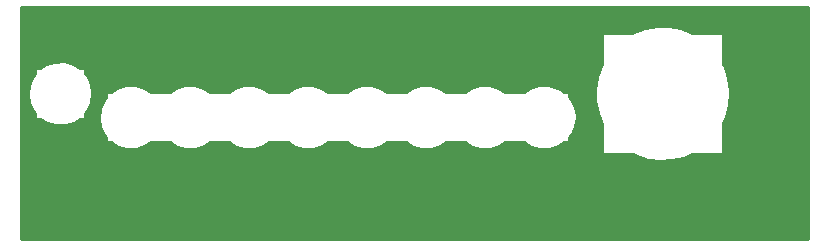
<source format=gbl>
G04 #@! TF.GenerationSoftware,KiCad,Pcbnew,5.0.0-rc2*
G04 #@! TF.CreationDate,2019-06-05T02:52:42-04:00*
G04 #@! TF.ProjectId,panelfront,70616E656C66726F6E742E6B69636164,rev?*
G04 #@! TF.SameCoordinates,Original*
G04 #@! TF.FileFunction,Copper,L2,Bot,Signal*
G04 #@! TF.FilePolarity,Positive*
%FSLAX46Y46*%
G04 Gerber Fmt 4.6, Leading zero omitted, Abs format (unit mm)*
G04 Created by KiCad (PCBNEW 5.0.0-rc2) date Wed Jun  5 02:52:42 2019*
%MOMM*%
%LPD*%
G01*
G04 APERTURE LIST*
G04 #@! TA.AperFunction,NonConductor*
%ADD10C,0.254000*%
G04 #@! TD*
G04 APERTURE END LIST*
D10*
G36*
X127288801Y-99288800D02*
X60711199Y-99288800D01*
X60711199Y-87033367D01*
X61269004Y-87033367D01*
X61388140Y-87798526D01*
X61717243Y-88499491D01*
X61873000Y-88675852D01*
X61873000Y-89000000D01*
X61882667Y-89048601D01*
X61910197Y-89089803D01*
X61951399Y-89117333D01*
X62000000Y-89127000D01*
X62304483Y-89127000D01*
X62884768Y-89493133D01*
X63629334Y-89705931D01*
X64403697Y-89701200D01*
X65145608Y-89479322D01*
X65689173Y-89127000D01*
X66000000Y-89127000D01*
X66048601Y-89117333D01*
X66089803Y-89089803D01*
X66117333Y-89048601D01*
X66120363Y-89033367D01*
X67269004Y-89033367D01*
X67388140Y-89798526D01*
X67717243Y-90499491D01*
X67873000Y-90675852D01*
X67873000Y-91000000D01*
X67882667Y-91048601D01*
X67910197Y-91089803D01*
X67951399Y-91117333D01*
X68000000Y-91127000D01*
X68304483Y-91127000D01*
X68884768Y-91493133D01*
X69629334Y-91705931D01*
X70403697Y-91701200D01*
X71145608Y-91479322D01*
X71689173Y-91127000D01*
X73304483Y-91127000D01*
X73884768Y-91493133D01*
X74629334Y-91705931D01*
X75403697Y-91701200D01*
X76145608Y-91479322D01*
X76689173Y-91127000D01*
X78304483Y-91127000D01*
X78884768Y-91493133D01*
X79629334Y-91705931D01*
X80403697Y-91701200D01*
X81145608Y-91479322D01*
X81689173Y-91127000D01*
X83304483Y-91127000D01*
X83884768Y-91493133D01*
X84629334Y-91705931D01*
X85403697Y-91701200D01*
X86145608Y-91479322D01*
X86689173Y-91127000D01*
X88304483Y-91127000D01*
X88884768Y-91493133D01*
X89629334Y-91705931D01*
X90403697Y-91701200D01*
X91145608Y-91479322D01*
X91689173Y-91127000D01*
X93304483Y-91127000D01*
X93884768Y-91493133D01*
X94629334Y-91705931D01*
X95403697Y-91701200D01*
X96145608Y-91479322D01*
X96689173Y-91127000D01*
X98304483Y-91127000D01*
X98884768Y-91493133D01*
X99629334Y-91705931D01*
X100403697Y-91701200D01*
X101145608Y-91479322D01*
X101689173Y-91127000D01*
X103304483Y-91127000D01*
X103884768Y-91493133D01*
X104629334Y-91705931D01*
X105403697Y-91701200D01*
X106145608Y-91479322D01*
X106689173Y-91127000D01*
X107000000Y-91127000D01*
X107048601Y-91117333D01*
X107089803Y-91089803D01*
X107117333Y-91048601D01*
X107127000Y-91000000D01*
X107127000Y-90673319D01*
X107300906Y-90471491D01*
X107621420Y-89766557D01*
X107731200Y-89000000D01*
X107730385Y-88933271D01*
X107601909Y-88169625D01*
X107264267Y-87472732D01*
X107127000Y-87321082D01*
X107127000Y-87000000D01*
X107117333Y-86951399D01*
X107089803Y-86910197D01*
X107048601Y-86882667D01*
X107000000Y-86873000D01*
X106702883Y-86873000D01*
X106323625Y-86640135D01*
X109280109Y-86640135D01*
X109306782Y-87658728D01*
X109513410Y-88656499D01*
X109873000Y-89551007D01*
X109873000Y-92000000D01*
X109882667Y-92048601D01*
X109910197Y-92089803D01*
X109951399Y-92117333D01*
X110000000Y-92127000D01*
X112487036Y-92127000D01*
X112834519Y-92306349D01*
X113808417Y-92605960D01*
X114819979Y-92728372D01*
X115837231Y-92669718D01*
X116828020Y-92431850D01*
X117522488Y-92127000D01*
X120000000Y-92127000D01*
X120048601Y-92117333D01*
X120089803Y-92089803D01*
X120117333Y-92048601D01*
X120127000Y-92000000D01*
X120127000Y-89510867D01*
X120371751Y-88997736D01*
X120640622Y-88014908D01*
X120731200Y-87000000D01*
X120723346Y-86700052D01*
X120579775Y-85691275D01*
X120259835Y-84723866D01*
X120127000Y-84479214D01*
X120127000Y-82000000D01*
X120117333Y-81951399D01*
X120089803Y-81910197D01*
X120048601Y-81882667D01*
X120000000Y-81873000D01*
X117549380Y-81873000D01*
X117494396Y-81840093D01*
X116541233Y-81479923D01*
X115539354Y-81294235D01*
X114520426Y-81288900D01*
X113516656Y-81464086D01*
X112559774Y-81814255D01*
X112459244Y-81873000D01*
X110000000Y-81873000D01*
X109951399Y-81882667D01*
X109910197Y-81910197D01*
X109882667Y-81951399D01*
X109873000Y-82000000D01*
X109873000Y-84473594D01*
X109764288Y-84668911D01*
X109434235Y-85632917D01*
X109280109Y-86640135D01*
X106323625Y-86640135D01*
X106084690Y-86493429D01*
X105337580Y-86289743D01*
X104563333Y-86303933D01*
X103824188Y-86534859D01*
X103316208Y-86873000D01*
X101702883Y-86873000D01*
X101084690Y-86493429D01*
X100337580Y-86289743D01*
X99563333Y-86303933D01*
X98824188Y-86534859D01*
X98316208Y-86873000D01*
X96702883Y-86873000D01*
X96084690Y-86493429D01*
X95337580Y-86289743D01*
X94563333Y-86303933D01*
X93824188Y-86534859D01*
X93316208Y-86873000D01*
X91702883Y-86873000D01*
X91084690Y-86493429D01*
X90337580Y-86289743D01*
X89563333Y-86303933D01*
X88824188Y-86534859D01*
X88316208Y-86873000D01*
X86702883Y-86873000D01*
X86084690Y-86493429D01*
X85337580Y-86289743D01*
X84563333Y-86303933D01*
X83824188Y-86534859D01*
X83316208Y-86873000D01*
X81702883Y-86873000D01*
X81084690Y-86493429D01*
X80337580Y-86289743D01*
X79563333Y-86303933D01*
X78824188Y-86534859D01*
X78316208Y-86873000D01*
X76702883Y-86873000D01*
X76084690Y-86493429D01*
X75337580Y-86289743D01*
X74563333Y-86303933D01*
X73824188Y-86534859D01*
X73316208Y-86873000D01*
X71702883Y-86873000D01*
X71084690Y-86493429D01*
X70337580Y-86289743D01*
X69563333Y-86303933D01*
X68824188Y-86534859D01*
X68316208Y-86873000D01*
X68000000Y-86873000D01*
X67951399Y-86882667D01*
X67910197Y-86910197D01*
X67882667Y-86951399D01*
X67873000Y-87000000D01*
X67873000Y-87328661D01*
X67681289Y-87556729D01*
X67369410Y-88265526D01*
X67269004Y-89033367D01*
X66120363Y-89033367D01*
X66127000Y-89000000D01*
X66127000Y-88673319D01*
X66300906Y-88471491D01*
X66621420Y-87766557D01*
X66731200Y-87000000D01*
X66730385Y-86933271D01*
X66601909Y-86169625D01*
X66264267Y-85472732D01*
X66127000Y-85321082D01*
X66127000Y-85000000D01*
X66117333Y-84951399D01*
X66089803Y-84910197D01*
X66048601Y-84882667D01*
X66000000Y-84873000D01*
X65702883Y-84873000D01*
X65084690Y-84493429D01*
X64337580Y-84289743D01*
X63563333Y-84303933D01*
X62824188Y-84534859D01*
X62316208Y-84873000D01*
X62000000Y-84873000D01*
X61951399Y-84882667D01*
X61910197Y-84910197D01*
X61882667Y-84951399D01*
X61873000Y-85000000D01*
X61873000Y-85328661D01*
X61681289Y-85556729D01*
X61369410Y-86265526D01*
X61269004Y-87033367D01*
X60711199Y-87033367D01*
X60711200Y-79711200D01*
X127288800Y-79711200D01*
X127288801Y-99288800D01*
X127288801Y-99288800D01*
G37*
X127288801Y-99288800D02*
X60711199Y-99288800D01*
X60711199Y-87033367D01*
X61269004Y-87033367D01*
X61388140Y-87798526D01*
X61717243Y-88499491D01*
X61873000Y-88675852D01*
X61873000Y-89000000D01*
X61882667Y-89048601D01*
X61910197Y-89089803D01*
X61951399Y-89117333D01*
X62000000Y-89127000D01*
X62304483Y-89127000D01*
X62884768Y-89493133D01*
X63629334Y-89705931D01*
X64403697Y-89701200D01*
X65145608Y-89479322D01*
X65689173Y-89127000D01*
X66000000Y-89127000D01*
X66048601Y-89117333D01*
X66089803Y-89089803D01*
X66117333Y-89048601D01*
X66120363Y-89033367D01*
X67269004Y-89033367D01*
X67388140Y-89798526D01*
X67717243Y-90499491D01*
X67873000Y-90675852D01*
X67873000Y-91000000D01*
X67882667Y-91048601D01*
X67910197Y-91089803D01*
X67951399Y-91117333D01*
X68000000Y-91127000D01*
X68304483Y-91127000D01*
X68884768Y-91493133D01*
X69629334Y-91705931D01*
X70403697Y-91701200D01*
X71145608Y-91479322D01*
X71689173Y-91127000D01*
X73304483Y-91127000D01*
X73884768Y-91493133D01*
X74629334Y-91705931D01*
X75403697Y-91701200D01*
X76145608Y-91479322D01*
X76689173Y-91127000D01*
X78304483Y-91127000D01*
X78884768Y-91493133D01*
X79629334Y-91705931D01*
X80403697Y-91701200D01*
X81145608Y-91479322D01*
X81689173Y-91127000D01*
X83304483Y-91127000D01*
X83884768Y-91493133D01*
X84629334Y-91705931D01*
X85403697Y-91701200D01*
X86145608Y-91479322D01*
X86689173Y-91127000D01*
X88304483Y-91127000D01*
X88884768Y-91493133D01*
X89629334Y-91705931D01*
X90403697Y-91701200D01*
X91145608Y-91479322D01*
X91689173Y-91127000D01*
X93304483Y-91127000D01*
X93884768Y-91493133D01*
X94629334Y-91705931D01*
X95403697Y-91701200D01*
X96145608Y-91479322D01*
X96689173Y-91127000D01*
X98304483Y-91127000D01*
X98884768Y-91493133D01*
X99629334Y-91705931D01*
X100403697Y-91701200D01*
X101145608Y-91479322D01*
X101689173Y-91127000D01*
X103304483Y-91127000D01*
X103884768Y-91493133D01*
X104629334Y-91705931D01*
X105403697Y-91701200D01*
X106145608Y-91479322D01*
X106689173Y-91127000D01*
X107000000Y-91127000D01*
X107048601Y-91117333D01*
X107089803Y-91089803D01*
X107117333Y-91048601D01*
X107127000Y-91000000D01*
X107127000Y-90673319D01*
X107300906Y-90471491D01*
X107621420Y-89766557D01*
X107731200Y-89000000D01*
X107730385Y-88933271D01*
X107601909Y-88169625D01*
X107264267Y-87472732D01*
X107127000Y-87321082D01*
X107127000Y-87000000D01*
X107117333Y-86951399D01*
X107089803Y-86910197D01*
X107048601Y-86882667D01*
X107000000Y-86873000D01*
X106702883Y-86873000D01*
X106323625Y-86640135D01*
X109280109Y-86640135D01*
X109306782Y-87658728D01*
X109513410Y-88656499D01*
X109873000Y-89551007D01*
X109873000Y-92000000D01*
X109882667Y-92048601D01*
X109910197Y-92089803D01*
X109951399Y-92117333D01*
X110000000Y-92127000D01*
X112487036Y-92127000D01*
X112834519Y-92306349D01*
X113808417Y-92605960D01*
X114819979Y-92728372D01*
X115837231Y-92669718D01*
X116828020Y-92431850D01*
X117522488Y-92127000D01*
X120000000Y-92127000D01*
X120048601Y-92117333D01*
X120089803Y-92089803D01*
X120117333Y-92048601D01*
X120127000Y-92000000D01*
X120127000Y-89510867D01*
X120371751Y-88997736D01*
X120640622Y-88014908D01*
X120731200Y-87000000D01*
X120723346Y-86700052D01*
X120579775Y-85691275D01*
X120259835Y-84723866D01*
X120127000Y-84479214D01*
X120127000Y-82000000D01*
X120117333Y-81951399D01*
X120089803Y-81910197D01*
X120048601Y-81882667D01*
X120000000Y-81873000D01*
X117549380Y-81873000D01*
X117494396Y-81840093D01*
X116541233Y-81479923D01*
X115539354Y-81294235D01*
X114520426Y-81288900D01*
X113516656Y-81464086D01*
X112559774Y-81814255D01*
X112459244Y-81873000D01*
X110000000Y-81873000D01*
X109951399Y-81882667D01*
X109910197Y-81910197D01*
X109882667Y-81951399D01*
X109873000Y-82000000D01*
X109873000Y-84473594D01*
X109764288Y-84668911D01*
X109434235Y-85632917D01*
X109280109Y-86640135D01*
X106323625Y-86640135D01*
X106084690Y-86493429D01*
X105337580Y-86289743D01*
X104563333Y-86303933D01*
X103824188Y-86534859D01*
X103316208Y-86873000D01*
X101702883Y-86873000D01*
X101084690Y-86493429D01*
X100337580Y-86289743D01*
X99563333Y-86303933D01*
X98824188Y-86534859D01*
X98316208Y-86873000D01*
X96702883Y-86873000D01*
X96084690Y-86493429D01*
X95337580Y-86289743D01*
X94563333Y-86303933D01*
X93824188Y-86534859D01*
X93316208Y-86873000D01*
X91702883Y-86873000D01*
X91084690Y-86493429D01*
X90337580Y-86289743D01*
X89563333Y-86303933D01*
X88824188Y-86534859D01*
X88316208Y-86873000D01*
X86702883Y-86873000D01*
X86084690Y-86493429D01*
X85337580Y-86289743D01*
X84563333Y-86303933D01*
X83824188Y-86534859D01*
X83316208Y-86873000D01*
X81702883Y-86873000D01*
X81084690Y-86493429D01*
X80337580Y-86289743D01*
X79563333Y-86303933D01*
X78824188Y-86534859D01*
X78316208Y-86873000D01*
X76702883Y-86873000D01*
X76084690Y-86493429D01*
X75337580Y-86289743D01*
X74563333Y-86303933D01*
X73824188Y-86534859D01*
X73316208Y-86873000D01*
X71702883Y-86873000D01*
X71084690Y-86493429D01*
X70337580Y-86289743D01*
X69563333Y-86303933D01*
X68824188Y-86534859D01*
X68316208Y-86873000D01*
X68000000Y-86873000D01*
X67951399Y-86882667D01*
X67910197Y-86910197D01*
X67882667Y-86951399D01*
X67873000Y-87000000D01*
X67873000Y-87328661D01*
X67681289Y-87556729D01*
X67369410Y-88265526D01*
X67269004Y-89033367D01*
X66120363Y-89033367D01*
X66127000Y-89000000D01*
X66127000Y-88673319D01*
X66300906Y-88471491D01*
X66621420Y-87766557D01*
X66731200Y-87000000D01*
X66730385Y-86933271D01*
X66601909Y-86169625D01*
X66264267Y-85472732D01*
X66127000Y-85321082D01*
X66127000Y-85000000D01*
X66117333Y-84951399D01*
X66089803Y-84910197D01*
X66048601Y-84882667D01*
X66000000Y-84873000D01*
X65702883Y-84873000D01*
X65084690Y-84493429D01*
X64337580Y-84289743D01*
X63563333Y-84303933D01*
X62824188Y-84534859D01*
X62316208Y-84873000D01*
X62000000Y-84873000D01*
X61951399Y-84882667D01*
X61910197Y-84910197D01*
X61882667Y-84951399D01*
X61873000Y-85000000D01*
X61873000Y-85328661D01*
X61681289Y-85556729D01*
X61369410Y-86265526D01*
X61269004Y-87033367D01*
X60711199Y-87033367D01*
X60711200Y-79711200D01*
X127288800Y-79711200D01*
X127288801Y-99288800D01*
M02*

</source>
